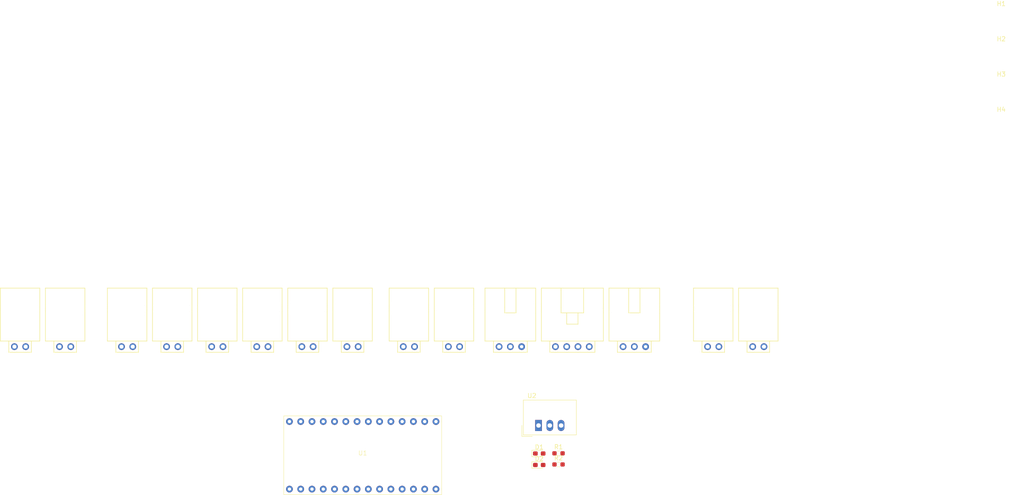
<source format=kicad_pcb>
(kicad_pcb (version 20221018) (generator pcbnew)
  (layers (0 "F.Cu" signal) (31 "B.Cu" signal) (34 "B.Paste" user) (35 "F.Paste" user) (36 "B.SilkS" user "B.Silkscreen") (37 "F.SilkS" user "F.Silkscreen") (38 "B.Mask" user) (39 "F.Mask" user) (44 "Edge.Cuts" user))
  (net 0 "")
  (net 1 "GND")
  (net 2 "Input_PWR")
  (net 3 "+5V")
  (net 4 "LCD_RX")
  (net 5 "LCD_TX")
  (net 6 "Net-(Conn1-Pad2)")
  (net 7 "Coil1")
  (net 8 "Charge")
  (net 9 "Coil2")
  (net 10 "Coil3")
  (net 11 "Trigger Signal")
  (net 12 "Coil4")
  (net 13 "Coil5")
  (net 14 "Coil6")
  (net 15 "LED Data")
  (net 16 "Discharge")
  (net 17 "Net-(D1-A)")
  (net 18 "Net-(D2-A)")
  (net 23 "SERVO")
  (net 32 "Safety Switch")
  (footprint "MRDT_Connectors:MOLEX_SL_02_Horizontal" (layer "F.Cu") (at 93.98 100.33)
    (fp_text reference "Conn6" hide)
    (fp_text value "Molex_SL_02")
    (fp_line (start -3.175 -13.208) (end 5.715 -13.208) (stroke (width 0.15)) (layer "F.SilkS"))
    (fp_line (start -3.175 -1.27) (end -3.175 -13.208) (stroke (width 0.15)) (layer "F.SilkS"))
    (fp_line (start -3.175 -1.27) (end 5.715 -1.27) (stroke (width 0.15)) (layer "F.SilkS"))
    (fp_line (start -1.27 1.27) (end -1.27 -1.27) (stroke (width 0.15)) (layer "F.SilkS"))
    (fp_line (start 3.81 -1.27) (end 3.81 1.27) (stroke (width 0.15)) (layer "F.SilkS"))
    (fp_line (start 3.81 1.27) (end -1.27 1.27) (stroke (width 0.15)) (layer "F.SilkS"))
    (fp_line (start 5.715 -1.27) (end 5.715 -13.208) (stroke (width 0.15)) (layer "F.SilkS"))
    (pad "" np_thru_hole circle (at -1.145 -8.64) (size 3.45 3.45) (drill 3.45) (layers "*.Cu" "*.Mask"))
    (pad "" np_thru_hole circle (at 3.683 -8.636) (size 3.45 3.45) (drill 3.45) (layers "*.Cu" "*.Mask"))
    (pad "1" thru_hole circle (at 0 0) (size 1.524 1.524) (drill 0.9) (layers "*.Cu" "*.Mask") (net 9 "Coil2"))
    (pad "2" thru_hole circle (at 2.54 0) (size 1.524 1.524) (drill 0.9) (layers "*.Cu" "*.Mask") (net 1 "GND"))
  )
  (footprint "LED_SMD:LED_0603_1608Metric_Pad1.05x0.95mm_HandSolder" (layer "F.Cu") (at 177.9605 127.0185)
    (fp_text reference "D2" (at 0 -1.43) (layer "F.SilkS"))
    (fp_text value "LED")
    (fp_line (start -1.66 -0.735) (end -1.66 0.735) (stroke (width 0.12)) (layer "F.SilkS"))
    (fp_line (start -1.66 0.735) (end 0.8 0.735) (stroke (width 0.12)) (layer "F.SilkS"))
    (fp_line (start 0.8 -0.735) (end -1.66 -0.735) (stroke (width 0.12)) (layer "F.SilkS"))
    (pad "1" smd roundrect (at -0.875 0) (size 1.05 0.95) (layers "F.Cu" "F.Paste" "F.Mask") (net 1 "GND"))
    (pad "2" smd roundrect (at 0.875 0) (size 1.05 0.95) (layers "F.Cu" "F.Paste" "F.Mask") (net 18 "Net-(D2-A)"))
  )
  (footprint "MRDT_Connectors:MOLEX_SL_03_Horizontal" (layer "F.Cu") (at 168.91 100.33)
    (fp_text reference "Conn5" hide)
    (fp_text value "Molex_SL_03")
    (fp_line (start -3.175 -1.27) (end -3.175 -13.208) (stroke (width 0.15)) (layer "F.SilkS"))
    (fp_line (start -1.27 -1.27) (end -3.175 -1.27) (stroke (width 0.15)) (layer "F.SilkS"))
    (fp_line (start -1.27 1.27) (end -1.27 -1.27) (stroke (width 0.15)) (layer "F.SilkS"))
    (fp_line (start 1.27 -13.208) (end 1.27 -12.7) (stroke (width 0.15)) (layer "F.SilkS"))
    (fp_line (start 1.27 -8.89) (end 1.27 -12.7) (stroke (width 0.15)) (layer "F.SilkS"))
    (fp_line (start 1.27 -8.89) (end 1.27 -7.62) (stroke (width 0.15)) (layer "F.SilkS"))
    (fp_line (start 3.81 -13.208) (end 3.81 -7.62) (stroke (width 0.15)) (layer "F.SilkS"))
    (fp_line (start 3.81 -7.62) (end 1.27 -7.62) (stroke (width 0.15)) (layer "F.SilkS"))
    (fp_line (start 6.35 -1.27) (end 6.35 1.27) (stroke (width 0.15)) (layer "F.SilkS"))
    (fp_line (start 6.35 1.27) (end -1.27 1.27) (stroke (width 0.15)) (layer "F.SilkS"))
    (fp_line (start 8.255 -13.208) (end -3.175 -13.208) (stroke (width 0.15)) (layer "F.SilkS"))
    (fp_line (start 8.255 -1.27) (end -1.27 -1.27) (stroke (width 0.15)) (layer "F.SilkS"))
    (fp_line (start 8.255 -1.27) (end 8.255 -13.208) (stroke (width 0.15)) (layer "F.SilkS"))
    (pad "" np_thru_hole circle (at -1.27 -8.636) (size 3.45 3.45) (drill 3.45) (layers "*.Cu" "*.Mask"))
    (pad "" np_thru_hole circle (at 6.35 -8.636) (size 3.45 3.45) (drill 3.45) (layers "*.Cu" "*.Mask"))
    (pad "1" thru_hole circle (at 0 0) (size 1.524 1.524) (drill 0.9) (layers "*.Cu" "*.Mask") (net 3 "+5V"))
    (pad "2" thru_hole circle (at 2.54 0) (size 1.524 1.524) (drill 0.9) (layers "*.Cu" "*.Mask") (net 23 "SERVO"))
    (pad "3" thru_hole circle (at 5.08 0) (size 1.524 1.524) (drill 0.762) (layers "*.Cu" "*.Mask") (net 1 "GND"))
  )
  (footprint "Resistor_SMD:R_0603_1608Metric_Pad0.98x0.95mm_HandSolder" (layer "F.Cu") (at 182.3055 126.8985)
    (fp_text reference "R2" (at 0 -1.43) (layer "F.SilkS"))
    (fp_text value "300")
    (fp_line (start -0.254724 -0.5225) (end 0.254724 -0.5225) (stroke (width 0.12)) (layer "F.SilkS"))
    (fp_line (start -0.254724 0.5225) (end 0.254724 0.5225) (stroke (width 0.12)) (layer "F.SilkS"))
    (pad "1" smd roundrect (at -0.9125 0) (size 0.975 0.95) (layers "F.Cu" "F.Paste" "F.Mask") (net 3 "+5V"))
    (pad "2" smd roundrect (at 0.9125 0) (size 0.975 0.95) (layers "F.Cu" "F.Paste" "F.Mask") (net 18 "Net-(D2-A)"))
  )
  (footprint "MRDT_Connectors:MOLEX_SL_02_Horizontal" (layer "F.Cu") (at 215.9 100.33)
    (fp_text reference "Conn14" hide)
    (fp_text value "Molex_SL_02")
    (fp_line (start -3.175 -13.208) (end 5.715 -13.208) (stroke (width 0.15)) (layer "F.SilkS"))
    (fp_line (start -3.175 -1.27) (end -3.175 -13.208) (stroke (width 0.15)) (layer "F.SilkS"))
    (fp_line (start -3.175 -1.27) (end 5.715 -1.27) (stroke (width 0.15)) (layer "F.SilkS"))
    (fp_line (start -1.27 1.27) (end -1.27 -1.27) (stroke (width 0.15)) (layer "F.SilkS"))
    (fp_line (start 3.81 -1.27) (end 3.81 1.27) (stroke (width 0.15)) (layer "F.SilkS"))
    (fp_line (start 3.81 1.27) (end -1.27 1.27) (stroke (width 0.15)) (layer "F.SilkS"))
    (fp_line (start 5.715 -1.27) (end 5.715 -13.208) (stroke (width 0.15)) (layer "F.SilkS"))
    (pad "" np_thru_hole circle (at -1.145 -8.64) (size 3.45 3.45) (drill 3.45) (layers "*.Cu" "*.Mask"))
    (pad "" np_thru_hole circle (at 3.683 -8.636) (size 3.45 3.45) (drill 3.45) (layers "*.Cu" "*.Mask"))
    (pad "1" thru_hole circle (at 0 0) (size 1.524 1.524) (drill 0.9) (layers "*.Cu" "*.Mask") (net 16 "Discharge"))
    (pad "2" thru_hole circle (at 2.54 0) (size 1.524 1.524) (drill 0.9) (layers "*.Cu" "*.Mask") (net 1 "GND"))
  )
  (footprint "MRDT_Connectors:MOLEX_SL_02_Horizontal" (layer "F.Cu") (at 124.46 100.33)
    (fp_text reference "Conn10" hide)
    (fp_text value "Molex_SL_02")
    (fp_line (start -3.175 -13.208) (end 5.715 -13.208) (stroke (width 0.15)) (layer "F.SilkS"))
    (fp_line (start -3.175 -1.27) (end -3.175 -13.208) (stroke (width 0.15)) (layer "F.SilkS"))
    (fp_line (start -3.175 -1.27) (end 5.715 -1.27) (stroke (width 0.15)) (layer "F.SilkS"))
    (fp_line (start -1.27 1.27) (end -1.27 -1.27) (stroke (width 0.15)) (layer "F.SilkS"))
    (fp_line (start 3.81 -1.27) (end 3.81 1.27) (stroke (width 0.15)) (layer "F.SilkS"))
    (fp_line (start 3.81 1.27) (end -1.27 1.27) (stroke (width 0.15)) (layer "F.SilkS"))
    (fp_line (start 5.715 -1.27) (end 5.715 -13.208) (stroke (width 0.15)) (layer "F.SilkS"))
    (pad "" np_thru_hole circle (at -1.145 -8.64) (size 3.45 3.45) (drill 3.45) (layers "*.Cu" "*.Mask"))
    (pad "" np_thru_hole circle (at 3.683 -8.636) (size 3.45 3.45) (drill 3.45) (layers "*.Cu" "*.Mask"))
    (pad "1" thru_hole circle (at 0 0) (size 1.524 1.524) (drill 0.9) (layers "*.Cu" "*.Mask") (net 13 "Coil5"))
    (pad "2" thru_hole circle (at 2.54 0) (size 1.524 1.524) (drill 0.9) (layers "*.Cu" "*.Mask") (net 1 "GND"))
  )
  (footprint "MRDT_Connectors:MOLEX_SL_03_Horizontal" (layer "F.Cu") (at 196.85 100.33)
    (fp_text reference "Conn12" hide)
    (fp_text value "Molex_SL_03")
    (fp_line (start -3.175 -1.27) (end -3.175 -13.208) (stroke (width 0.15)) (layer "F.SilkS"))
    (fp_line (start -1.27 -1.27) (end -3.175 -1.27) (stroke (width 0.15)) (layer "F.SilkS"))
    (fp_line (start -1.27 1.27) (end -1.27 -1.27) (stroke (width 0.15)) (layer "F.SilkS"))
    (fp_line (start 1.27 -13.208) (end 1.27 -12.7) (stroke (width 0.15)) (layer "F.SilkS"))
    (fp_line (start 1.27 -8.89) (end 1.27 -12.7) (stroke (width 0.15)) (layer "F.SilkS"))
    (fp_line (start 1.27 -8.89) (end 1.27 -7.62) (stroke (width 0.15)) (layer "F.SilkS"))
    (fp_line (start 3.81 -13.208) (end 3.81 -7.62) (stroke (width 0.15)) (layer "F.SilkS"))
    (fp_line (start 3.81 -7.62) (end 1.27 -7.62) (stroke (width 0.15)) (layer "F.SilkS"))
    (fp_line (start 6.35 -1.27) (end 6.35 1.27) (stroke (width 0.15)) (layer "F.SilkS"))
    (fp_line (start 6.35 1.27) (end -1.27 1.27) (stroke (width 0.15)) (layer "F.SilkS"))
    (fp_line (start 8.255 -13.208) (end -3.175 -13.208) (stroke (width 0.15)) (layer "F.SilkS"))
    (fp_line (start 8.255 -1.27) (end -1.27 -1.27) (stroke (width 0.15)) (layer "F.SilkS"))
    (fp_line (start 8.255 -1.27) (end 8.255 -13.208) (stroke (width 0.15)) (layer "F.SilkS"))
    (pad "" np_thru_hole circle (at -1.27 -8.636) (size 3.45 3.45) (drill 3.45) (layers "*.Cu" "*.Mask"))
    (pad "" np_thru_hole circle (at 6.35 -8.636) (size 3.45 3.45) (drill 3.45) (layers "*.Cu" "*.Mask"))
    (pad "1" thru_hole circle (at 0 0) (size 1.524 1.524) (drill 0.9) (layers "*.Cu" "*.Mask") (net 3 "+5V"))
    (pad "2" thru_hole circle (at 2.54 0) (size 1.524 1.524) (drill 0.9) (layers "*.Cu" "*.Mask") (net 15 "LED Data"))
    (pad "3" thru_hole circle (at 5.08 0) (size 1.524 1.524) (drill 0.762) (layers "*.Cu" "*.Mask") (net 1 "GND"))
  )
  (footprint "MRDT_Connectors:MOLEX_SL_04_Horizontal" (layer "F.Cu") (at 181.61 100.33)
    (fp_text reference "Conn2" hide)
    (fp_text value "Molex_SL_04")
    (fp_line (start -3.175 -13.208) (end 10.795 -13.208) (stroke (width 0.15)) (layer "F.SilkS"))
    (fp_line (start -3.175 -1.27) (end -3.175 -13.208) (stroke (width 0.15)) (layer "F.SilkS"))
    (fp_line (start -1.27 -1.27) (end -3.175 -1.27) (stroke (width 0.15)) (layer "F.SilkS"))
    (fp_line (start -1.27 -1.27) (end 10.795 -1.27) (stroke (width 0.15)) (layer "F.SilkS"))
    (fp_line (start -1.27 1.27) (end -1.27 -1.27) (stroke (width 0.15)) (layer "F.SilkS"))
    (fp_line (start 1.27 -13.208) (end 1.27 -12.7) (stroke (width 0.15)) (layer "F.SilkS"))
    (fp_line (start 1.27 -8.89) (end 1.27 -12.7) (stroke (width 0.15)) (layer "F.SilkS"))
    (fp_line (start 1.27 -8.89) (end 1.27 -7.62) (stroke (width 0.15)) (layer "F.SilkS"))
    (fp_line (start 1.27 -7.62) (end 6.35 -7.62) (stroke (width 0.15)) (layer "F.SilkS"))
    (fp_line (start 2.54 -7.62) (end 2.54 -5.08) (stroke (width 0.15)) (layer "F.SilkS"))
    (fp_line (start 5.08 -7.62) (end 5.08 -5.08) (stroke (width 0.15)) (layer "F.SilkS"))
    (fp_line (start 5.08 -5.08) (end 2.54 -5.08) (stroke (width 0.15)) (layer "F.SilkS"))
    (fp_line (start 6.35 -13.208) (end 6.35 -7.62) (stroke (width 0.15)) (layer "F.SilkS"))
    (fp_line (start 8.89 -1.27) (end 8.89 1.27) (stroke (width 0.15)) (layer "F.SilkS"))
    (fp_line (start 8.89 1.27) (end -1.27 1.27) (stroke (width 0.15)) (layer "F.SilkS"))
    (fp_line (start 10.795 -1.27) (end 10.795 -13.208) (stroke (width 0.15)) (layer "F.SilkS"))
    (pad "" np_thru_hole circle (at -1.27 -8.636) (size 3.45 3.45) (drill 3.45) (layers "*.Cu" "*.Mask"))
    (pad "" np_thru_hole circle (at 8.89 -8.636) (size 3.45 3.45) (drill 3.45) (layers "*.Cu" "*.Mask"))
    (pad "1" thru_hole circle (at 0 0) (size 1.524 1.524) (drill 0.9) (layers "*.Cu" "*.Mask") (net 3 "+5V"))
    (pad "2" thru_hole circle (at 2.54 0) (size 1.524 1.524) (drill 0.9) (layers "*.Cu" "*.Mask") (net 4 "LCD_RX"))
    (pad "3" thru_hole circle (at 5.08 0) (size 1.524 1.524) (drill 0.9) (layers "*.Cu" "*.Mask") (net 5 "LCD_TX"))
    (pad "4" thru_hole circle (at 7.62 0) (size 1.524 1.524) (drill 0.9) (layers "*.Cu" "*.Mask") (net 1 "GND"))
  )
  (footprint "MRDT_Connectors:MOLEX_SL_02_Horizontal" (layer "F.Cu") (at 157.48 100.33)
    (fp_text reference "Conn13" hide)
    (fp_text value "Molex_SL_02")
    (fp_line (start -3.175 -13.208) (end 5.715 -13.208) (stroke (width 0.15)) (layer "F.SilkS"))
    (fp_line (start -3.175 -1.27) (end -3.175 -13.208) (stroke (width 0.15)) (layer "F.SilkS"))
    (fp_line (start -3.175 -1.27) (end 5.715 -1.27) (stroke (width 0.15)) (layer "F.SilkS"))
    (fp_line (start -1.27 1.27) (end -1.27 -1.27) (stroke (width 0.15)) (layer "F.SilkS"))
    (fp_line (start 3.81 -1.27) (end 3.81 1.27) (stroke (width 0.15)) (layer "F.SilkS"))
    (fp_line (start 3.81 1.27) (end -1.27 1.27) (stroke (width 0.15)) (layer "F.SilkS"))
    (fp_line (start 5.715 -1.27) (end 5.715 -13.208) (stroke (width 0.15)) (layer "F.SilkS"))
    (pad "" np_thru_hole circle (at -1.145 -8.64) (size 3.45 3.45) (drill 3.45) (layers "*.Cu" "*.Mask"))
    (pad "" np_thru_hole circle (at 3.683 -8.636) (size 3.45 3.45) (drill 3.45) (layers "*.Cu" "*.Mask"))
    (pad "1" thru_hole circle (at 0 0) (size 1.524 1.524) (drill 0.9) (layers "*.Cu" "*.Mask") (net 32 "Safety Switch"))
    (pad "2" thru_hole circle (at 2.54 0) (size 1.524 1.524) (drill 0.9) (layers "*.Cu" "*.Mask") (net 1 "GND"))
  )
  (footprint "Converter_DCDC:Converter_DCDC_TRACO_TSR-1_THT" (layer "F.Cu") (at 177.8 118.11)
    (fp_text reference "U2" (at -1.5 -6.71) (layer "F.SilkS"))
    (fp_text value "TSR_1-2450")
    (fp_line (start -3.75 0) (end -3.75 2.45) (stroke (width 0.12)) (layer "F.SilkS"))
    (fp_line (start -3.75 2.45) (end -1.42 2.45) (stroke (width 0.12)) (layer "F.SilkS"))
    (fp_line (start -3.42 -5.73) (end 8.52 -5.73) (stroke (width 0.12)) (layer "F.SilkS"))
    (fp_line (start -3.42 2.12) (end -3.42 -5.73) (stroke (width 0.12)) (layer "F.SilkS"))
    (fp_line (start 8.52 -5.73) (end 8.52 2.12) (stroke (width 0.12)) (layer "F.SilkS"))
    (fp_line (start 8.52 2.12) (end -3.42 2.12) (stroke (width 0.12)) (layer "F.SilkS"))
    (pad "1" thru_hole rect (at 0 0) (size 1.5 2.5) (drill 1) (layers "*.Cu" "*.Mask") (net 2 "Input_PWR"))
    (pad "2" thru_hole oval (at 2.54 0) (size 1.5 2.5) (drill 1) (layers "*.Cu" "*.Mask") (net 1 "GND"))
    (pad "3" thru_hole oval (at 5.08 0) (size 1.5 2.5) (drill 1) (layers "*.Cu" "*.Mask") (net 3 "+5V"))
  )
  (footprint "MRDT_Connectors:MOLEX_SL_02_Horizontal" (layer "F.Cu") (at 147.32 100.33)
    (fp_text reference "Conn7" hide)
    (fp_text value "Molex_SL_02")
    (fp_line (start -3.175 -13.208) (end 5.715 -13.208) (stroke (width 0.15)) (layer "F.SilkS"))
    (fp_line (start -3.175 -1.27) (end -3.175 -13.208) (stroke (width 0.15)) (layer "F.SilkS"))
    (fp_line (start -3.175 -1.27) (end 5.715 -1.27) (stroke (width 0.15)) (layer "F.SilkS"))
    (fp_line (start -1.27 1.27) (end -1.27 -1.27) (stroke (width 0.15)) (layer "F.SilkS"))
    (fp_line (start 3.81 -1.27) (end 3.81 1.27) (stroke (width 0.15)) (layer "F.SilkS"))
    (fp_line (start 3.81 1.27) (end -1.27 1.27) (stroke (width 0.15)) (layer "F.SilkS"))
    (fp_line (start 5.715 -1.27) (end 5.715 -13.208) (stroke (width 0.15)) (layer "F.SilkS"))
    (pad "" np_thru_hole circle (at -1.145 -8.64) (size 3.45 3.45) (drill 3.45) (layers "*.Cu" "*.Mask"))
    (pad "" np_thru_hole circle (at 3.683 -8.636) (size 3.45 3.45) (drill 3.45) (layers "*.Cu" "*.Mask"))
    (pad "1" thru_hole circle (at 0 0) (size 1.524 1.524) (drill 0.9) (layers "*.Cu" "*.Mask") (net 11 "Trigger Signal"))
    (pad "2" thru_hole circle (at 2.54 0) (size 1.524 1.524) (drill 0.9) (layers "*.Cu" "*.Mask") (net 1 "GND"))
  )
  (footprint "MRDT_Connectors:MOLEX_SL_02_Horizontal" (layer "F.Cu") (at 104.14 100.33)
    (fp_text reference "Conn8" hide)
    (fp_text value "Molex_SL_02")
    (fp_line (start -3.175 -13.208) (end 5.715 -13.208) (stroke (width 0.15)) (layer "F.SilkS"))
    (fp_line (start -3.175 -1.27) (end -3.175 -13.208) (stroke (width 0.15)) (layer "F.SilkS"))
    (fp_line (start -3.175 -1.27) (end 5.715 -1.27) (stroke (width 0.15)) (layer "F.SilkS"))
    (fp_line (start -1.27 1.27) (end -1.27 -1.27) (stroke (width 0.15)) (layer "F.SilkS"))
    (fp_line (start 3.81 -1.27) (end 3.81 1.27) (stroke (width 0.15)) (layer "F.SilkS"))
    (fp_line (start 3.81 1.27) (end -1.27 1.27) (stroke (width 0.15)) (layer "F.SilkS"))
    (fp_line (start 5.715 -1.27) (end 5.715 -13.208) (stroke (width 0.15)) (layer "F.SilkS"))
    (pad "" np_thru_hole circle (at -1.145 -8.64) (size 3.45 3.45) (drill 3.45) (layers "*.Cu" "*.Mask"))
    (pad "" np_thru_hole circle (at 3.683 -8.636) (size 3.45 3.45) (drill 3.45) (layers "*.Cu" "*.Mask"))
    (pad "1" thru_hole circle (at 0 0) (size 1.524 1.524) (drill 0.9) (layers "*.Cu" "*.Mask") (net 10 "Coil3"))
    (pad "2" thru_hole circle (at 2.54 0) (size 1.524 1.524) (drill 0.9) (layers "*.Cu" "*.Mask") (net 1 "GND"))
  )
  (footprint "ControlBoard_Footprints:Teensy_4_0" (layer "F.Cu") (at 138.176 124.841)
    (fp_text reference "U1" (at 0 -0.5 unlocked) (layer "F.SilkS") (effects (font (thickness 0.1))))
    (fp_text value "~")
    (fp_rect (start 17.78 -8.89) (end -17.78 8.89) (stroke (width 0.1)) (fill none) (layer "F.SilkS"))
    (pad "+3V3" thru_hole circle (at -11.43 -7.62) (size 1.524 1.524) (drill 0.762) (layers "*.Cu" "*.Mask"))
    (pad "+5V" thru_hole circle (at -16.51 -7.62) (size 1.524 1.524) (drill 0.762) (layers "*.Cu" "*.Mask"))
    (pad "0" thru_hole circle (at -13.97 7.62) (size 1.524 1.524) (drill 0.762) (layers "*.Cu" "*.Mask") (net 5 "LCD_TX"))
    (pad "1" thru_hole circle (at -11.43 7.62) (size 1.524 1.524) (drill 0.762) (layers "*.Cu" "*.Mask") (net 4 "LCD_RX"))
    (pad "2" thru_hole circle (at -8.89 7.62) (size 1.524 1.524) (drill 0.762) (layers "*.Cu" "*.Mask"))
    (pad "3" thru_hole circle (at -6.35 7.62) (size 1.524 1.524) (drill 0.762) (layers "*.Cu" "*.Mask"))
    (pad "4" thru_hole circle (at -3.81 7.62) (size 1.524 1.524) (drill 0.762) (layers "*.Cu" "*.Mask"))
    (pad "5" thru_hole circle (at -1.27 7.62) (size 1.524 1.524) (drill 0.762) (layers "*.Cu" "*.Mask") (net 16 "Discharge"))
    (pad "6" thru_hole circle (at 1.27 7.62) (size 1.524 1.524) (drill 0.762) (layers "*.Cu" "*.Mask") (net 23 "SERVO"))
    (pad "7" thru_hole circle (at 3.81 7.62) (size 1.524 1.524) (drill 0.762) (layers "*.Cu" "*.Mask"))
    (pad "8" thru_hole circle (at 6.35 7.62) (size 1.524 1.524) (drill 0.762) (layers "*.Cu" "*.Mask"))
    (pad "9" thru_hole circle (at 8.89 7.62) (size 1.524 1.524) (drill 0.762) (layers "*.Cu" "*.Mask"))
    (pad "10" thru_hole circle (at 11.43 7.62) (size 1.524 1.524) (drill 0.762) (layers "*.Cu" "*.Mask"))
    (pad "11" thru_hole circle (at 13.97 7.62) (size 1.524 1.524) (drill 0.762) (layers "*.Cu" "*.Mask"))
    (pad "12" thru_hole circle (at 16.51 7.62) (size 1.524 1.524) (drill 0.762) (layers "*.Cu" "*.Mask") (net 11 "Trigger Signal"))
    (pad "13" thru_hole circle (at 16.51 -7.62) (size 1.524 1.524) (drill 0.762) (layers "*.Cu" "*.Mask") (net 8 "Charge"))
    (pad "14" thru_hole circle (at 13.97 -7.62) (size 1.524 1.524) (drill 0.762) (layers "*.Cu" "*.Mask"))
    (pad "15" thru_hole circle (at 11.43 -7.62) (size 1.524 1.524) (drill 0.762) (layers "*.Cu" "*.Mask"))
    (pad "16" thru_hole circle (at 8.89 -7.62) (size 1.524 1.524) (drill 0.762) (layers "*.Cu" "*.Mask"))
    (pad "17" thru_hole circle (at 6.35 -7.62) (size 1.524 1.524) (drill 0.762) (layers "*.Cu" "*.Mask"))
    (pad "18" thru_hole circle (at 3.81 -7.62) (size 1.524 1.524) (drill 0.762) (layers "*.Cu" "*.Mask") (net 14 "Coil6"))
    (pad "19" thru_hole circle (at 1.27 -7.62) (size 1.524 1.524) (drill 0.762) (layers "*.Cu" "*.Mask") (net 13 "Coil5"))
    (pad "20" thru_hole circle (at -1.27 -7.62) (size 1.524 1.524) (drill 0.762) (layers "*.Cu" "*.Mask") (net 12 "Coil4"))
    (pad "21" thru_hole circle (at -3.81 -7.62) (size 1.524 1.524) (drill 0.762) (layers "*.Cu" "*.Mask") (net 10 "Coil3"))
    (pad "22" thru_hole circle (at -6.35 -7.62) (size 1.524 1.524) (drill 0.762) (layers "*.Cu" "*.Mask") (net 9 "Coil2"))
    (pad "23" thru_hole circle (at -8.89 -7.62) (size 1.524 1.524) (drill 0.762) (layers "*.Cu" "*.Mask") (net 7 "Coil1"))
    (pad "GND" thru_hole circle (at -16.51 7.62) (size 1.524 1.524) (drill 0.762) (layers "*.Cu" "*.Mask"))
    (pad "GND" thru_hole circle (at -13.97 -7.62) (size 1.524 1.524) (drill 0.762) (layers "*.Cu" "*.Mask"))
  )
  (footprint "MountingHole:MountingHole_3.2mm_M3" (layer "F.Cu") (at 282.067 51.028)
    (fp_text reference "H4" (at 0 -4.2) (layer "F.SilkS"))
    (fp_text value "MountingHole")
    (pad "" np_thru_hole circle (at 0 0) (size 3.2 3.2) (drill 3.2) (layers "*.Cu" "*.Mask"))
  )
  (footprint "MountingHole:MountingHole_3.2mm_M3" (layer "F.Cu") (at 282.067 43.078)
    (fp_text reference "H3" (at 0 -4.2) (layer "F.SilkS"))
    (fp_text value "MountingHole")
    (pad "" np_thru_hole circle (at 0 0) (size 3.2 3.2) (drill 3.2) (layers "*.Cu" "*.Mask"))
  )
  (footprint "MountingHole:MountingHole_3.2mm_M3" (layer "F.Cu") (at 282.067 35.128)
    (fp_text reference "H2" (at 0 -4.2) (layer "F.SilkS"))
    (fp_text value "MountingHole")
    (pad "" np_thru_hole circle (at 0 0) (size 3.2 3.2) (drill 3.2) (layers "*.Cu" "*.Mask"))
  )
  (footprint "MRDT_Connectors:MOLEX_SL_02_Horizontal" (layer "F.Cu") (at 134.62 100.33)
    (fp_text reference "Conn11" hide)
    (fp_text value "Molex_SL_02")
    (fp_line (start -3.175 -13.208) (end 5.715 -13.208) (stroke (width 0.15)) (layer "F.SilkS"))
    (fp_line (start -3.175 -1.27) (end -3.175 -13.208) (stroke (width 0.15)) (layer "F.SilkS"))
    (fp_line (start -3.175 -1.27) (end 5.715 -1.27) (stroke (width 0.15)) (layer "F.SilkS"))
    (fp_line (start -1.27 1.27) (end -1.27 -1.27) (stroke (width 0.15)) (layer "F.SilkS"))
    (fp_line (start 3.81 -1.27) (end 3.81 1.27) (stroke (width 0.15)) (layer "F.SilkS"))
    (fp_line (start 3.81 1.27) (end -1.27 1.27) (stroke (width 0.15)) (layer "F.SilkS"))
    (fp_line (start 5.715 -1.27) (end 5.715 -13.208) (stroke (width 0.15)) (layer "F.SilkS"))
    (pad "" np_thru_hole circle (at -1.145 -8.64) (size 3.45 3.45) (drill 3.45) (layers "*.Cu" "*.Mask"))
    (pad "" np_thru_hole circle (at 3.683 -8.636) (size 3.45 3.45) (drill 3.45) (layers "*.Cu" "*.Mask"))
    (pad "1" thru_hole circle (at 0 0) (size 1.524 1.524) (drill 0.9) (layers "*.Cu" "*.Mask") (net 14 "Coil6"))
    (pad "2" thru_hole circle (at 2.54 0) (size 1.524 1.524) (drill 0.9) (layers "*.Cu" "*.Mask") (net 1 "GND"))
  )
  (footprint "MRDT_Connectors:MOLEX_SL_02_Horizontal" (layer "F.Cu") (at 69.85 100.33)
    (fp_text reference "PowerSwich1" hide)
    (fp_text value "Molex_SL_02")
    (fp_line (start -3.175 -13.208) (end 5.715 -13.208) (stroke (width 0.15)) (layer "F.SilkS"))
    (fp_line (start -3.175 -1.27) (end -3.175 -13.208) (stroke (width 0.15)) (layer "F.SilkS"))
    (fp_line (start -3.175 -1.27) (end 5.715 -1.27) (stroke (width 0.15)) (layer "F.SilkS"))
    (fp_line (start -1.27 1.27) (end -1.27 -1.27) (stroke (width 0.15)) (layer "F.SilkS"))
    (fp_line (start 3.81 -1.27) (end 3.81 1.27) (stroke (width 0.15)) (layer "F.SilkS"))
    (fp_line (start 3.81 1.27) (end -1.27 1.27) (stroke (width 0.15)) (layer "F.SilkS"))
    (fp_line (start 5.715 -1.27) (end 5.715 -13.208) (stroke (width 0.15)) (layer "F.SilkS"))
    (pad "" np_thru_hole circle (at -1.145 -8.64) (size 3.45 3.45) (drill 3.45) (layers "*.Cu" "*.Mask"))
    (pad "" np_thru_hole circle (at 3.683 -8.636) (size 3.45 3.45) (drill 3.45) (layers "*.Cu" "*.Mask"))
    (pad "1" thru_hole circle (at 0 0) (size 1.524 1.524) (drill 0.9) (layers "*.Cu" "*.Mask") (net 6 "Net-(Conn1-Pad2)"))
    (pad "2" thru_hole circle (at 2.54 0) (size 1.524 1.524) (drill 0.9) (layers "*.Cu" "*.Mask") (net 2 "Input_PWR"))
  )
  (footprint "LED_SMD:LED_0603_1608Metric_Pad1.05x0.95mm_HandSolder" (layer "F.Cu") (at 177.9605 124.4285)
    (fp_text reference "D1" (at 0 -1.43) (layer "F.SilkS"))
    (fp_text value "LED")
    (fp_line (start -1.66 -0.735) (end -1.66 0.735) (stroke (width 0.12)) (layer "F.SilkS"))
    (fp_line (start -1.66 0.735) (end 0.8 0.735) (stroke (width 0.12)) (layer "F.SilkS"))
    (fp_line (start 0.8 -0.735) (end -1.66 -0.735) (stroke (width 0.12)) (layer "F.SilkS"))
    (pad "1" smd roundrect (at -0.875 0) (size 1.05 0.95) (layers "F.Cu" "F.Paste" "F.Mask") (net 1 "GND"))
    (pad "2" smd roundrect (at 0.875 0) (size 1.05 0.95) (layers "F.Cu" "F.Paste" "F.Mask") (net 17 "Net-(D1-A)"))
  )
  (footprint "MRDT_Connectors:MOLEX_SL_02_Horizontal" (layer "F.Cu") (at 226.06 100.33)
    (fp_text reference "Conn4" hide)
    (fp_text value "Molex_SL_02")
    (fp_line (start -3.175 -13.208) (end 5.715 -13.208) (stroke (width 0.15)) (layer "F.SilkS"))
    (fp_line (start -3.175 -1.27) (end -3.175 -13.208) (stroke (width 0.15)) (layer "F.SilkS"))
    (fp_line (start -3.175 -1.27) (end 5.715 -1.27) (stroke (width 0.15)) (layer "F.SilkS"))
    (fp_line (start -1.27 1.27) (end -1.27 -1.27) (stroke (width 0.15)) (layer "F.SilkS"))
    (fp_line (start 3.81 -1.27) (end 3.81 1.27) (stroke (width 0.15)) (layer "F.SilkS"))
    (fp_line (start 3.81 1.27) (end -1.27 1.27) (stroke (width 0.15)) (layer "F.SilkS"))
    (fp_line (start 5.715 -1.27) (end 5.715 -13.208) (stroke (width 0.15)) (layer "F.SilkS"))
    (pad "" np_thru_hole circle (at -1.145 -8.64) (size 3.45 3.45) (drill 3.45) (layers "*.Cu" "*.Mask"))
    (pad "" np_thru_hole circle (at 3.683 -8.636) (size 3.45 3.45) (drill 3.45) (layers "*.Cu" "*.Mask"))
    (pad "1" thru_hole circle (at 0 0) (size 1.524 1.524) (drill 0.9) (layers "*.Cu" "*.Mask") (net 8 "Charge"))
    (pad "2" thru_hole circle (at 2.54 0) (size 1.524 1.524) (drill 0.9) (layers "*.Cu" "*.Mask") (net 1 "GND"))
  )
  (footprint "MountingHole:MountingHole_3.2mm_M3" (layer "F.Cu") (at 282.067 27.178)
    (fp_text reference "H1" (at 0 -4.2) (layer "F.SilkS"))
    (fp_text value "MountingHole")
    (pad "" np_thru_hole circle (at 0 0) (size 3.2 3.2) (drill 3.2) (layers "*.Cu" "*.Mask"))
  )
  (footprint "MRDT_Connectors:MOLEX_SL_02_Horizontal" (layer "F.Cu") (at 114.3 100.33)
    (fp_text reference "Conn9" hide)
    (fp_text value "Molex_SL_02")
    (fp_line (start -3.175 -13.208) (end 5.715 -13.208) (stroke (width 0.15)) (layer "F.SilkS"))
    (fp_line (start -3.175 -1.27) (end -3.175 -13.208) (stroke (width 0.15)) (layer "F.SilkS"))
    (fp_line (start -3.175 -1.27) (end 5.715 -1.27) (stroke (width 0.15)) (layer "F.SilkS"))
    (fp_line (start -1.27 1.27) (end -1.27 -1.27) (stroke (width 0.15)) (layer "F.SilkS"))
    (fp_line (start 3.81 -1.27) (end 3.81 1.27) (stroke (width 0.15)) (layer "F.SilkS"))
    (fp_line (start 3.81 1.27) (end -1.27 1.27) (stroke (width 0.15)) (layer "F.SilkS"))
    (fp_line (start 5.715 -1.27) (end 5.715 -13.208) (stroke (width 0.15)) (layer "F.SilkS"))
    (pad "" np_thru_hole circle (at -1.145 -8.64) (size 3.45 3.45) (drill 3.45) (layers "*.Cu" "*.Mask"))
    (pad "" np_thru_hole circle (at 3.683 -8.636) (size 3.45 3.45) (drill 3.45) (layers "*.Cu" "*.Mask"))
    (pad "1" thru_hole circle (at 0 0) (size 1.524 1.524) (drill 0.9) (layers "*.Cu" "*.Mask") (net 12 "Coil4"))
    (pad "2" thru_hole circle (at 2.54 0) (size 1.524 1.524) (drill 0.9) (layers "*.Cu" "*.Mask") (net 1 "GND"))
  )
  (footprint "MRDT_Connectors:MOLEX_SL_02_Horizontal" (layer "F.Cu") (at 59.69 100.33)
    (fp_text reference "Conn1" hide)
    (fp_text value "Molex_SL_02")
    (fp_line (start -3.175 -13.208) (end 5.715 -13.208) (stroke (width 0.15)) (layer "F.SilkS"))
    (fp_line (start -3.175 -1.27) (end -3.175 -13.208) (stroke (width 0.15)) (layer "F.SilkS"))
    (fp_line (start -3.175 -1.27) (end 5.715 -1.27) (stroke (width 0.15)) (layer "F.SilkS"))
    (fp_line (start -1.27 1.27) (end -1.27 -1.27) (stroke (width 0.15)) (layer "F.SilkS"))
    (fp_line (start 3.81 -1.27) (end 3.81 1.27) (stroke (width 0.15)) (layer "F.SilkS"))
    (fp_line (start 3.81 1.27) (end -1.27 1.27) (stroke (width 0.15)) (layer "F.SilkS"))
    (fp_line (start 5.715 -1.27) (end 5.715 -13.208) (stroke (width 0.15)) (layer "F.SilkS"))
    (pad "" np_thru_hole circle (at -1.145 -8.64) (size 3.45 3.45) (drill 3.45) (layers "*.Cu" "*.Mask"))
    (pad "" np_thru_hole circle (at 3.683 -8.636) (size 3.45 3.45) (drill 3.45) (layers "*.Cu" "*.Mask"))
    (pad "1" thru_hole circle (at 0 0) (size 1.524 1.524) (drill 0.9) (layers "*.Cu" "*.Mask") (net 1 "GND"))
    (pad "2" thru_hole circle (at 2.54 0) (size 1.524 1.524) (drill 0.9) (layers "*.Cu" "*.Mask") (net 6 "Net-(Conn1-Pad2)"))
  )
  (footprint "MRDT_Connectors:MOLEX_SL_02_Horizontal" (layer "F.Cu") (at 83.82 100.33)
    (fp_text reference "Conn3" hide)
    (fp_text value "Molex_SL_02")
    (fp_line (start -3.175 -13.208) (end 5.715 -13.208) (stroke (width 0.15)) (layer "F.SilkS"))
    (fp_line (start -3.175 -1.27) (end -3.175 -13.208) (stroke (width 0.15)) (layer "F.SilkS"))
    (fp_line (start -3.175 -1.27) (end 5.715 -1.27) (stroke (width 0.15)) (layer "F.SilkS"))
    (fp_line (start -1.27 1.27) (end -1.27 -1.27) (stroke (width 0.15)) (layer "F.SilkS"))
    (fp_line (start 3.81 -1.27) (end 3.81 1.27) (stroke (width 0.15)) (layer "F.SilkS"))
    (fp_line (start 3.81 1.27) (end -1.27 1.27) (stroke (width 0.15)) (layer "F.SilkS"))
    (fp_line (start 5.715 -1.27) (end 5.715 -13.208) (stroke (width 0.15)) (layer "F.SilkS"))
    (pad "" np_thru_hole circle (at -1.145 -8.64) (size 3.45 3.45) (drill 3.45) (layers "*.Cu" "*.Mask"))
    (pad "" np_thru_hole circle (at 3.683 -8.636) (size 3.45 3.45) (drill 3.45) (layers "*.Cu" "*.Mask"))
    (pad "1" thru_hole circle (at 0 0) (size 1.524 1.524) (drill 0.9) (layers "*.Cu" "*.Mask") (net 7 "Coil1"))
    (pad "2" thru_hole circle (at 2.54 0) (size 1.524 1.524) (drill 0.9) (layers "*.Cu" "*.Mask") (net 1 "GND"))
  )
  (footprint "Resistor_SMD:R_0603_1608Metric_Pad0.98x0.95mm_HandSolder" (layer "F.Cu") (at 182.3055 124.3885)
    (fp_text reference "R1" (at 0 -1.43) (layer "F.SilkS"))
    (fp_text value "2k")
    (fp_line (start -0.254724 -0.5225) (end 0.254724 -0.5225) (stroke (width 0.12)) (layer "F.SilkS"))
    (fp_line (start -0.254724 0.5225) (end 0.254724 0.5225) (stroke (width 0.12)) (layer "F.SilkS"))
    (pad "1" smd roundrect (at -0.9125 0) (size 0.975 0.95) (layers "F.Cu" "F.Paste" "F.Mask") (net 2 "Input_PWR"))
    (pad "2" smd roundrect (at 0.9125 0) (size 0.975 0.95) (layers "F.Cu" "F.Paste" "F.Mask") (net 17 "Net-(D1-A)"))
  )
)
</source>
